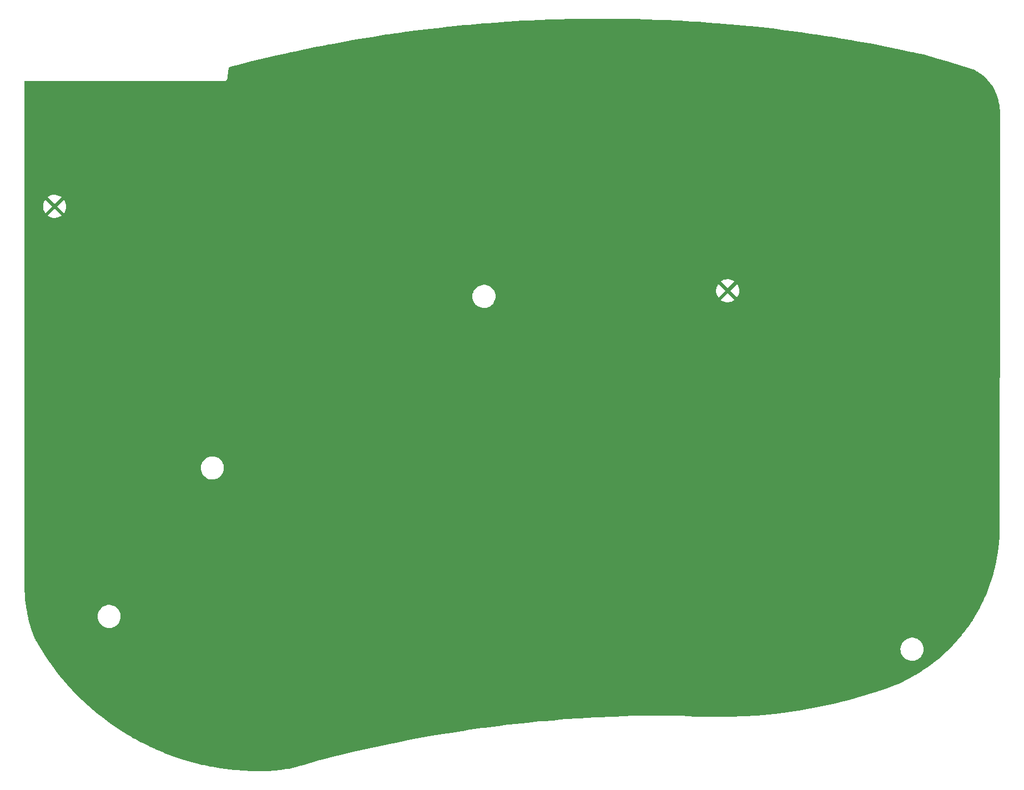
<source format=gbr>
G04 #@! TF.GenerationSoftware,KiCad,Pcbnew,5.99.0-unknown-4920692bcd~125~ubuntu20.04.1*
G04 #@! TF.CreationDate,2021-04-21T16:01:25+01:00*
G04 #@! TF.ProjectId,bottom,626f7474-6f6d-42e6-9b69-6361645f7063,rev?*
G04 #@! TF.SameCoordinates,Original*
G04 #@! TF.FileFunction,Copper,L1,Top*
G04 #@! TF.FilePolarity,Positive*
%FSLAX46Y46*%
G04 Gerber Fmt 4.6, Leading zero omitted, Abs format (unit mm)*
G04 Created by KiCad (PCBNEW 5.99.0-unknown-4920692bcd~125~ubuntu20.04.1) date 2021-04-21 16:01:25*
%MOMM*%
%LPD*%
G01*
G04 APERTURE LIST*
G04 APERTURE END LIST*
G04 #@! TA.AperFunction,Conductor*
G36*
X177496254Y-36965879D02*
G01*
X177834892Y-36966176D01*
X177835740Y-36966180D01*
X178316741Y-36969837D01*
X180070280Y-36983168D01*
X180070732Y-36983173D01*
X180462596Y-36988788D01*
X180817833Y-36993879D01*
X180818681Y-36993894D01*
X182778435Y-37035161D01*
X183052784Y-37040938D01*
X183053581Y-37040957D01*
X183327725Y-37048575D01*
X183800329Y-37061708D01*
X183801176Y-37061734D01*
X186034361Y-37138824D01*
X186035208Y-37138856D01*
X186781754Y-37169655D01*
X186782599Y-37169693D01*
X189014544Y-37276817D01*
X189015112Y-37276846D01*
X189386841Y-37297194D01*
X189761478Y-37317702D01*
X189762324Y-37317752D01*
X191320140Y-37413539D01*
X191992483Y-37454881D01*
X191993191Y-37454926D01*
X192738770Y-37505806D01*
X192739360Y-37505849D01*
X194559499Y-37642365D01*
X194967588Y-37672973D01*
X194968433Y-37673039D01*
X195713355Y-37733952D01*
X195714199Y-37734024D01*
X197939873Y-37931098D01*
X197940496Y-37931156D01*
X198684562Y-38002087D01*
X198685173Y-38002147D01*
X200908407Y-38229186D01*
X200909082Y-38229257D01*
X201467631Y-38290095D01*
X201651548Y-38310128D01*
X201652391Y-38310222D01*
X203872483Y-38567159D01*
X203873324Y-38567260D01*
X204614462Y-38658090D01*
X204615303Y-38658196D01*
X206831441Y-38944935D01*
X206832281Y-38945046D01*
X207572574Y-39045898D01*
X207573413Y-39046015D01*
X209055553Y-39258093D01*
X209785588Y-39362554D01*
X209786235Y-39362649D01*
X210525252Y-39473472D01*
X210525997Y-39473586D01*
X211346424Y-39602266D01*
X212733353Y-39819798D01*
X212734189Y-39819932D01*
X213471809Y-39940712D01*
X213472574Y-39940840D01*
X215674970Y-40316696D01*
X215675701Y-40316823D01*
X215864323Y-40350320D01*
X216411538Y-40447499D01*
X216412372Y-40447650D01*
X217511037Y-40650391D01*
X218609848Y-40853160D01*
X218610361Y-40853256D01*
X219344587Y-40993860D01*
X219345255Y-40993990D01*
X220880937Y-41298792D01*
X221536648Y-41428938D01*
X221537479Y-41429106D01*
X221649921Y-41452211D01*
X222269965Y-41579618D01*
X222270423Y-41579713D01*
X224455943Y-42044138D01*
X224456698Y-42044301D01*
X224783622Y-42116074D01*
X225310582Y-42231763D01*
X225311201Y-42231901D01*
X226308164Y-42456042D01*
X226308166Y-42456042D01*
X226312546Y-42457027D01*
X226315371Y-42457251D01*
X226330437Y-42460592D01*
X227415456Y-42780081D01*
X228557794Y-43116448D01*
X229787397Y-43478511D01*
X233846938Y-44673864D01*
X233865876Y-44681143D01*
X234006478Y-44748644D01*
X234009365Y-44750079D01*
X234132586Y-44813389D01*
X234136505Y-44815492D01*
X234478350Y-45006955D01*
X234482260Y-45009239D01*
X234578990Y-45068079D01*
X234582813Y-45070500D01*
X234793194Y-45209062D01*
X234909957Y-45285966D01*
X234913679Y-45288514D01*
X235005937Y-45354148D01*
X235009578Y-45356838D01*
X235320449Y-45595269D01*
X235323991Y-45598088D01*
X235411224Y-45670115D01*
X235414662Y-45673059D01*
X235707609Y-45933191D01*
X235710940Y-45936258D01*
X235792847Y-46014430D01*
X235796065Y-46017613D01*
X235877597Y-46101225D01*
X236069569Y-46298097D01*
X236072620Y-46301340D01*
X236127871Y-46362232D01*
X236148723Y-46385213D01*
X236151701Y-46388616D01*
X236170994Y-46411477D01*
X236404351Y-46688002D01*
X236407207Y-46691513D01*
X236477043Y-46780570D01*
X236479763Y-46784170D01*
X236710320Y-47100999D01*
X236712890Y-47104668D01*
X236744523Y-47151591D01*
X236776141Y-47198495D01*
X236778603Y-47202293D01*
X236985799Y-47534828D01*
X236988121Y-47538707D01*
X237044508Y-47636897D01*
X237046645Y-47640777D01*
X237229418Y-47987305D01*
X237231458Y-47991347D01*
X237280662Y-48093357D01*
X237282555Y-48097469D01*
X237439946Y-48456159D01*
X237441671Y-48460288D01*
X237481197Y-48559954D01*
X237483425Y-48565571D01*
X237485017Y-48569807D01*
X237616261Y-48938906D01*
X237617701Y-48943198D01*
X237651788Y-49051206D01*
X237653049Y-49055466D01*
X237757453Y-49433031D01*
X237758581Y-49437415D01*
X237784834Y-49547627D01*
X237785803Y-49552049D01*
X237862814Y-49936069D01*
X237863625Y-49940523D01*
X237881891Y-50052301D01*
X237882540Y-50056781D01*
X237931786Y-50445384D01*
X237932275Y-50449885D01*
X237942463Y-50562625D01*
X237942789Y-50567140D01*
X237964009Y-50958322D01*
X237964173Y-50962846D01*
X237966702Y-51101278D01*
X237966718Y-51104653D01*
X237964864Y-51315906D01*
X237965461Y-51320351D01*
X237969126Y-51347648D01*
X237970247Y-51364261D01*
X237972550Y-53234658D01*
X237972600Y-60617081D01*
X237972598Y-60617091D01*
X237972600Y-60651618D01*
X237972600Y-60690116D01*
X237972602Y-60690128D01*
X237972939Y-67369617D01*
X237973100Y-70564185D01*
X237973100Y-70564353D01*
X237918130Y-113383155D01*
X237917314Y-113397313D01*
X237911904Y-113444607D01*
X237912101Y-113449465D01*
X237912101Y-113449467D01*
X237927118Y-113819649D01*
X237927180Y-113821490D01*
X237931303Y-113980496D01*
X237935111Y-114127367D01*
X237935149Y-114129695D01*
X237937810Y-114557856D01*
X237939902Y-114894645D01*
X237939893Y-114897128D01*
X237936421Y-115154507D01*
X237936363Y-115156989D01*
X237910972Y-115921492D01*
X237910865Y-115923973D01*
X237897256Y-116180957D01*
X237897100Y-116183435D01*
X237841601Y-116946396D01*
X237841412Y-116948681D01*
X237817675Y-117205069D01*
X237817426Y-117207499D01*
X237771827Y-117612828D01*
X237731911Y-117967643D01*
X237731609Y-117970107D01*
X237697812Y-118225182D01*
X237697467Y-118227607D01*
X237692416Y-118260705D01*
X237582048Y-118983900D01*
X237581649Y-118986350D01*
X237537828Y-119239889D01*
X237537381Y-119242332D01*
X237392283Y-119993327D01*
X237391788Y-119995760D01*
X237337985Y-120247492D01*
X237337442Y-120249915D01*
X237162874Y-120994573D01*
X237162284Y-120996985D01*
X237098611Y-121246371D01*
X237097973Y-121248771D01*
X236894179Y-121986040D01*
X236893494Y-121988426D01*
X236860964Y-122097682D01*
X236820041Y-122235123D01*
X236819351Y-122237358D01*
X236646164Y-122779701D01*
X236586632Y-122966126D01*
X236585853Y-122968483D01*
X236502746Y-123212066D01*
X236501941Y-123214352D01*
X236240690Y-123933371D01*
X236239855Y-123935601D01*
X236156471Y-124151723D01*
X236147228Y-124175681D01*
X236146312Y-124177989D01*
X235856932Y-124886158D01*
X235855970Y-124888447D01*
X235768473Y-125091073D01*
X235753960Y-125124681D01*
X235752965Y-125126923D01*
X235458475Y-125773580D01*
X235435941Y-125823062D01*
X235434890Y-125825311D01*
X235323629Y-126057386D01*
X235322533Y-126059615D01*
X234978327Y-126742717D01*
X234977189Y-126744921D01*
X234933937Y-126826707D01*
X234856878Y-126972417D01*
X234855707Y-126974580D01*
X234600593Y-127434794D01*
X234484820Y-127643643D01*
X234483594Y-127645802D01*
X234354446Y-127868321D01*
X234353179Y-127870456D01*
X234126725Y-128243502D01*
X234019714Y-128419786D01*
X233956259Y-128524317D01*
X233954950Y-128526427D01*
X233817060Y-128743801D01*
X233815709Y-128745884D01*
X233621305Y-129039400D01*
X233412773Y-129354246D01*
X233393348Y-129383574D01*
X233391956Y-129385631D01*
X233245633Y-129597366D01*
X233244203Y-129599393D01*
X232854687Y-130139949D01*
X232797029Y-130219964D01*
X232795557Y-130221964D01*
X232641026Y-130427741D01*
X232639517Y-130429711D01*
X232203806Y-130986709D01*
X232168197Y-131032230D01*
X232166648Y-131034170D01*
X232004161Y-131233658D01*
X232002574Y-131235568D01*
X231507825Y-131819111D01*
X231506254Y-131820926D01*
X231502804Y-131824837D01*
X231336050Y-132013838D01*
X231334389Y-132015684D01*
X230817020Y-132579289D01*
X230815323Y-132581101D01*
X230637699Y-132767104D01*
X230635967Y-132768883D01*
X230096850Y-133311607D01*
X230095083Y-133313351D01*
X229910145Y-133492330D01*
X229908401Y-133493985D01*
X229573641Y-133805421D01*
X229348316Y-134015046D01*
X229346481Y-134016720D01*
X229154631Y-134188275D01*
X229152764Y-134189912D01*
X228572595Y-134688486D01*
X228570696Y-134690085D01*
X228372245Y-134853940D01*
X228370394Y-134855437D01*
X227770989Y-135330794D01*
X227769087Y-135332273D01*
X227564325Y-135488187D01*
X227562343Y-135489666D01*
X227220903Y-135739178D01*
X226944717Y-135941005D01*
X226942697Y-135942450D01*
X226731965Y-136090164D01*
X226729918Y-136091569D01*
X226095029Y-136518192D01*
X226093097Y-136519464D01*
X225876526Y-136658876D01*
X225874523Y-136660138D01*
X225223211Y-137061477D01*
X225221195Y-137062692D01*
X224999402Y-137193402D01*
X224997308Y-137194609D01*
X224559360Y-137441211D01*
X224330729Y-137569950D01*
X224328553Y-137571147D01*
X224101925Y-137692939D01*
X224099727Y-137694093D01*
X223791409Y-137852037D01*
X223437264Y-138033457D01*
X223418920Y-138042854D01*
X223416698Y-138043964D01*
X223185356Y-138156776D01*
X223183114Y-138157842D01*
X222489104Y-138479500D01*
X222486841Y-138480522D01*
X222206922Y-138603616D01*
X222205230Y-138604345D01*
X221908691Y-138729607D01*
X221903060Y-138731828D01*
X221366977Y-138928507D01*
X221366065Y-138928837D01*
X220884643Y-139100841D01*
X220883536Y-139101229D01*
X219636055Y-139531063D01*
X219634812Y-139531483D01*
X219554589Y-139558112D01*
X219220975Y-139668851D01*
X219219619Y-139669293D01*
X217962996Y-140070673D01*
X217961634Y-140071099D01*
X217544816Y-140199051D01*
X217543449Y-140199463D01*
X216278006Y-140572291D01*
X216276635Y-140572686D01*
X215857060Y-140691156D01*
X215855687Y-140691536D01*
X214582047Y-141035628D01*
X214580718Y-141035978D01*
X214158595Y-141144905D01*
X214157212Y-141145254D01*
X212876231Y-141460379D01*
X212874843Y-141460712D01*
X212450360Y-141560051D01*
X212448969Y-141560368D01*
X211161026Y-141846433D01*
X211159718Y-141846716D01*
X210860013Y-141909730D01*
X210733052Y-141936424D01*
X210731654Y-141936710D01*
X210379754Y-142006546D01*
X209437488Y-142193544D01*
X209436301Y-142193772D01*
X209007581Y-142273818D01*
X209006423Y-142274028D01*
X207706699Y-142501494D01*
X207705331Y-142501726D01*
X207275136Y-142572003D01*
X207273842Y-142572207D01*
X205969308Y-142770175D01*
X205967926Y-142770377D01*
X205809035Y-142792651D01*
X205536327Y-142830881D01*
X205534913Y-142831071D01*
X204226329Y-142999429D01*
X204224913Y-142999603D01*
X204051477Y-143019923D01*
X203792051Y-143050317D01*
X203790684Y-143050469D01*
X202478498Y-143189158D01*
X202477172Y-143189290D01*
X202043236Y-143230190D01*
X202041876Y-143230310D01*
X201818519Y-143248813D01*
X200726913Y-143339238D01*
X200725490Y-143339348D01*
X200290795Y-143370405D01*
X200289371Y-143370498D01*
X199496517Y-143418125D01*
X198972303Y-143449614D01*
X198971018Y-143449685D01*
X198535518Y-143470898D01*
X198534275Y-143470951D01*
X197215688Y-143520216D01*
X197214415Y-143520256D01*
X196778509Y-143531601D01*
X196777383Y-143531624D01*
X195989404Y-143543203D01*
X195458028Y-143551011D01*
X195456602Y-143551024D01*
X195246699Y-143551731D01*
X195020658Y-143552493D01*
X195019450Y-143552490D01*
X193700001Y-143541989D01*
X193698738Y-143541972D01*
X193262695Y-143533562D01*
X193261282Y-143533526D01*
X191942689Y-143493151D01*
X191941265Y-143493099D01*
X191505572Y-143474817D01*
X191504369Y-143474759D01*
X190349130Y-143413171D01*
X190187034Y-143404529D01*
X190185609Y-143404445D01*
X189675492Y-143371451D01*
X189674426Y-143371378D01*
X189115241Y-143330442D01*
X189104179Y-143329138D01*
X189098832Y-143328267D01*
X189098824Y-143328266D01*
X189094017Y-143327483D01*
X189083057Y-143327406D01*
X189076930Y-143327362D01*
X189068625Y-143327029D01*
X189059310Y-143326347D01*
X189059301Y-143326347D01*
X189054835Y-143326020D01*
X189044873Y-143326710D01*
X189044095Y-143326764D01*
X189034496Y-143327062D01*
X187675525Y-143317451D01*
X187673127Y-143317356D01*
X187670745Y-143316997D01*
X187642388Y-143317136D01*
X187636396Y-143317165D01*
X187634889Y-143317164D01*
X187630985Y-143317136D01*
X187603779Y-143316944D01*
X187601421Y-143317265D01*
X187599002Y-143317348D01*
X184834969Y-143330867D01*
X184832152Y-143330792D01*
X184829456Y-143330423D01*
X184824586Y-143330513D01*
X184795639Y-143331048D01*
X184793929Y-143331068D01*
X184771305Y-143331179D01*
X184763334Y-143331218D01*
X184760660Y-143331614D01*
X184757839Y-143331748D01*
X181994115Y-143382857D01*
X181991314Y-143382819D01*
X181988611Y-143382487D01*
X181983745Y-143382643D01*
X181983742Y-143382643D01*
X181954796Y-143383572D01*
X181953087Y-143383615D01*
X181931145Y-143384021D01*
X181922508Y-143384181D01*
X181919841Y-143384614D01*
X181917027Y-143384785D01*
X179154259Y-143473475D01*
X179151444Y-143473476D01*
X179148739Y-143473180D01*
X179143875Y-143473402D01*
X179143863Y-143473402D01*
X179114906Y-143474726D01*
X179113199Y-143474793D01*
X179082664Y-143475773D01*
X179080005Y-143476241D01*
X179077192Y-143476451D01*
X176315891Y-143602705D01*
X176313072Y-143602744D01*
X176310361Y-143602485D01*
X176305508Y-143602773D01*
X176305503Y-143602773D01*
X176289087Y-143603748D01*
X176276514Y-143604494D01*
X176274870Y-143604581D01*
X176267243Y-143604929D01*
X176248802Y-143605772D01*
X176248796Y-143605773D01*
X176244328Y-143605977D01*
X176241684Y-143606480D01*
X176238862Y-143606729D01*
X173814559Y-143750636D01*
X173479526Y-143770524D01*
X173476719Y-143770601D01*
X173474006Y-143770379D01*
X173469143Y-143770734D01*
X173469139Y-143770734D01*
X173440207Y-143772846D01*
X173438669Y-143772949D01*
X173408026Y-143774768D01*
X173405382Y-143775308D01*
X173402558Y-143775596D01*
X170645717Y-143976899D01*
X170642916Y-143977014D01*
X170640195Y-143976829D01*
X170606411Y-143979758D01*
X170604817Y-143979885D01*
X170591818Y-143980834D01*
X170578741Y-143981789D01*
X170578737Y-143981790D01*
X170574281Y-143982115D01*
X170571649Y-143982690D01*
X170568831Y-143983016D01*
X168619451Y-144152040D01*
X167814977Y-144221793D01*
X167812175Y-144221946D01*
X167809454Y-144221798D01*
X167804605Y-144222285D01*
X167804604Y-144222285D01*
X167775805Y-144225177D01*
X167774100Y-144225337D01*
X167767313Y-144225926D01*
X167743618Y-144227980D01*
X167740989Y-144228592D01*
X167738184Y-144228955D01*
X165885188Y-144415043D01*
X164987846Y-144505159D01*
X164985025Y-144505352D01*
X164982307Y-144505241D01*
X164977482Y-144505792D01*
X164977479Y-144505792D01*
X164957568Y-144508066D01*
X164948608Y-144509089D01*
X164946920Y-144509269D01*
X164921027Y-144511869D01*
X164921022Y-144511870D01*
X164916560Y-144512318D01*
X164913939Y-144512966D01*
X164911160Y-144513364D01*
X162164794Y-144826949D01*
X162161996Y-144827179D01*
X162159275Y-144827105D01*
X162125678Y-144831405D01*
X162124050Y-144831602D01*
X162115941Y-144832528D01*
X162098087Y-144834566D01*
X162098084Y-144834566D01*
X162093631Y-144835075D01*
X162091022Y-144835758D01*
X162088217Y-144836199D01*
X159346392Y-145187102D01*
X159343605Y-145187368D01*
X159340881Y-145187331D01*
X159336059Y-145188015D01*
X159336057Y-145188015D01*
X159323230Y-145189834D01*
X159307307Y-145192093D01*
X159305786Y-145192298D01*
X159275352Y-145196193D01*
X159272749Y-145196912D01*
X159269971Y-145197388D01*
X158921407Y-145246825D01*
X156533168Y-145585546D01*
X156530374Y-145585852D01*
X156527648Y-145585852D01*
X156494191Y-145591063D01*
X156492528Y-145591309D01*
X156466698Y-145594973D01*
X156466690Y-145594975D01*
X156462246Y-145595605D01*
X156459660Y-145596358D01*
X156456876Y-145596874D01*
X153725602Y-146022214D01*
X153722820Y-146022558D01*
X153720094Y-146022595D01*
X153715293Y-146023410D01*
X153715290Y-146023410D01*
X153702741Y-146025540D01*
X153686721Y-146028258D01*
X153685071Y-146028527D01*
X153659254Y-146032547D01*
X153659252Y-146032547D01*
X153654830Y-146033236D01*
X153652253Y-146034024D01*
X153649467Y-146034579D01*
X152997160Y-146145269D01*
X150924250Y-146497021D01*
X150921466Y-146497402D01*
X150918739Y-146497477D01*
X150913957Y-146498356D01*
X150913953Y-146498356D01*
X150885385Y-146503605D01*
X150883693Y-146503903D01*
X150853626Y-146509005D01*
X150851058Y-146509828D01*
X150848302Y-146510417D01*
X148129604Y-147009881D01*
X148126823Y-147010301D01*
X148124101Y-147010412D01*
X148119323Y-147011357D01*
X148119316Y-147011358D01*
X148090874Y-147016984D01*
X148089192Y-147017305D01*
X148059151Y-147022824D01*
X148056595Y-147023682D01*
X148053833Y-147024311D01*
X146263682Y-147378420D01*
X145342187Y-147560701D01*
X145339415Y-147561158D01*
X145336696Y-147561306D01*
X145331938Y-147562315D01*
X145331935Y-147562315D01*
X145303596Y-147568322D01*
X145301919Y-147568666D01*
X145276319Y-147573730D01*
X145271921Y-147574600D01*
X145269377Y-147575493D01*
X145266621Y-147576161D01*
X142562517Y-148149376D01*
X142559757Y-148149870D01*
X142557042Y-148150055D01*
X142524009Y-148157528D01*
X142522433Y-148157873D01*
X142511809Y-148160125D01*
X142496845Y-148163297D01*
X142496842Y-148163298D01*
X142492454Y-148164228D01*
X142489919Y-148165157D01*
X142487165Y-148165864D01*
X139791117Y-148775798D01*
X139788364Y-148776330D01*
X139785651Y-148776552D01*
X139776932Y-148778650D01*
X139752815Y-148784451D01*
X139751148Y-148784840D01*
X139725630Y-148790613D01*
X139725619Y-148790616D01*
X139721262Y-148791602D01*
X139718743Y-148792564D01*
X139715996Y-148793309D01*
X137028494Y-149439852D01*
X137025754Y-149440420D01*
X137023038Y-149440679D01*
X136994717Y-149447901D01*
X136990215Y-149449049D01*
X136988553Y-149449461D01*
X136958858Y-149456605D01*
X136956357Y-149457599D01*
X136953639Y-149458376D01*
X134275265Y-150141385D01*
X134272928Y-150141900D01*
X134270538Y-150142157D01*
X134237265Y-150151067D01*
X134235938Y-150151414D01*
X134210096Y-150158003D01*
X134210086Y-150158006D01*
X134205754Y-150159111D01*
X134203551Y-150160021D01*
X134201233Y-150160716D01*
X132830984Y-150527655D01*
X132791029Y-150544732D01*
X132777516Y-150549614D01*
X131803406Y-150839875D01*
X131264559Y-151000438D01*
X130824509Y-151131562D01*
X130805115Y-151135386D01*
X130805118Y-151135401D01*
X130804280Y-151135551D01*
X130801077Y-151136182D01*
X130795482Y-151136742D01*
X130482835Y-151217959D01*
X130480887Y-151218448D01*
X130168950Y-151293768D01*
X130166046Y-151294433D01*
X129504358Y-151437385D01*
X129501421Y-151437982D01*
X129243347Y-151487245D01*
X129240464Y-151487760D01*
X128572644Y-151598591D01*
X128569656Y-151599050D01*
X128309507Y-151635793D01*
X128306594Y-151636168D01*
X127919576Y-151681325D01*
X127634265Y-151714614D01*
X127631239Y-151714930D01*
X127493354Y-151727652D01*
X127311696Y-151744411D01*
X127309677Y-151744580D01*
X127033937Y-151765236D01*
X127030676Y-151765437D01*
X126625433Y-151785171D01*
X126624016Y-151785231D01*
X126253194Y-151798843D01*
X126251306Y-151798897D01*
X125648687Y-151811325D01*
X125314973Y-151818207D01*
X125312948Y-151818233D01*
X124998758Y-151819662D01*
X124996733Y-151819655D01*
X124060311Y-151808865D01*
X124058287Y-151808825D01*
X123854898Y-151803211D01*
X123744247Y-151800157D01*
X123742257Y-151800087D01*
X123583125Y-151793134D01*
X122806595Y-151759204D01*
X122804573Y-151759099D01*
X122491090Y-151740351D01*
X122489069Y-151740214D01*
X121555170Y-151669281D01*
X121553153Y-151669112D01*
X121533096Y-151667264D01*
X121240387Y-151640294D01*
X121238512Y-151640106D01*
X120455365Y-151555235D01*
X120307276Y-151539186D01*
X120305264Y-151538951D01*
X119993669Y-151500107D01*
X119991662Y-151499841D01*
X119064208Y-151369053D01*
X119062205Y-151368754D01*
X118752038Y-151319920D01*
X118750040Y-151319589D01*
X117827283Y-151159067D01*
X117825291Y-151158704D01*
X117810523Y-151155890D01*
X117516784Y-151099913D01*
X117514872Y-151099533D01*
X117036781Y-151000438D01*
X116597675Y-150909423D01*
X116595696Y-150908996D01*
X116289293Y-150840334D01*
X116287320Y-150839875D01*
X115376850Y-150620422D01*
X115374886Y-150619932D01*
X115070752Y-150541433D01*
X115068795Y-150540911D01*
X114165890Y-150292323D01*
X114163942Y-150291770D01*
X113862444Y-150203525D01*
X113860505Y-150202940D01*
X112966021Y-149925453D01*
X112964092Y-149924838D01*
X112880252Y-149897345D01*
X112665623Y-149826962D01*
X112663759Y-149826333D01*
X111778608Y-149520227D01*
X111776700Y-149519550D01*
X111757537Y-149512576D01*
X111481501Y-149412121D01*
X111479772Y-149411476D01*
X110604781Y-149077031D01*
X110602979Y-149076326D01*
X110311489Y-148959507D01*
X110309634Y-148958747D01*
X109445793Y-148596333D01*
X109444137Y-148595622D01*
X109156358Y-148469412D01*
X109154622Y-148468633D01*
X108303067Y-148078733D01*
X108301232Y-148077876D01*
X108017766Y-147942534D01*
X108015946Y-147941646D01*
X107177378Y-147524589D01*
X107175572Y-147523673D01*
X106896744Y-147379365D01*
X106894953Y-147378420D01*
X106070139Y-146934587D01*
X106068364Y-146933613D01*
X105794253Y-146780382D01*
X105792493Y-146779380D01*
X105326398Y-146508907D01*
X104982267Y-146309208D01*
X104980694Y-146308278D01*
X104829443Y-146217227D01*
X104711666Y-146146327D01*
X104709940Y-146145269D01*
X103915287Y-145649331D01*
X103913618Y-145648271D01*
X103649866Y-145477715D01*
X103648274Y-145476667D01*
X102869995Y-144955462D01*
X102868322Y-144954322D01*
X102610282Y-144775443D01*
X102608627Y-144774276D01*
X102026909Y-144357018D01*
X101847441Y-144228288D01*
X101845867Y-144227139D01*
X101593835Y-144040154D01*
X101592221Y-144038937D01*
X101515070Y-143979752D01*
X100848870Y-143468688D01*
X100847350Y-143467502D01*
X100601315Y-143272401D01*
X100599825Y-143271200D01*
X100268195Y-142999429D01*
X99875351Y-142677493D01*
X99873796Y-142676197D01*
X99634129Y-142473266D01*
X99632648Y-142471993D01*
X98927575Y-141855264D01*
X98926074Y-141853929D01*
X98918112Y-141846735D01*
X98693122Y-141643462D01*
X98691630Y-141642093D01*
X98006793Y-141003071D01*
X98005324Y-141001677D01*
X97779233Y-140783810D01*
X97777786Y-140782394D01*
X97191576Y-140199051D01*
X97113830Y-140121685D01*
X97112423Y-140120262D01*
X96893406Y-139895195D01*
X96892006Y-139893732D01*
X96482387Y-139459038D01*
X96249686Y-139212092D01*
X96248387Y-139210691D01*
X96036691Y-138978675D01*
X96035338Y-138977169D01*
X95705343Y-138603616D01*
X95415236Y-138275215D01*
X95413929Y-138273710D01*
X95314842Y-138157842D01*
X95209795Y-138035006D01*
X95208491Y-138033457D01*
X94611315Y-137311992D01*
X94610037Y-137310422D01*
X94413707Y-137065317D01*
X94412453Y-137063726D01*
X94266412Y-136875274D01*
X93838717Y-136323375D01*
X93837510Y-136321790D01*
X93649175Y-136070523D01*
X93647973Y-136068893D01*
X93409017Y-135739178D01*
X93098342Y-135310506D01*
X93097175Y-135308868D01*
X92917008Y-135051671D01*
X92915860Y-135050004D01*
X92571858Y-134541737D01*
X92390880Y-134274339D01*
X92389820Y-134272746D01*
X92217856Y-134009655D01*
X92216871Y-134008120D01*
X91763975Y-133290294D01*
X91717090Y-133215983D01*
X91716023Y-133214262D01*
X91678026Y-133151837D01*
X222798104Y-133151837D01*
X222798328Y-133156503D01*
X222798328Y-133156508D01*
X222801185Y-133215983D01*
X222810645Y-133412917D01*
X222861638Y-133669275D01*
X222949963Y-133915280D01*
X222952179Y-133919404D01*
X223058784Y-134117806D01*
X223073679Y-134145528D01*
X223076474Y-134149271D01*
X223076476Y-134149274D01*
X223227278Y-134351222D01*
X223227283Y-134351228D01*
X223230070Y-134354960D01*
X223233379Y-134358240D01*
X223233384Y-134358246D01*
X223334856Y-134458836D01*
X223415698Y-134538976D01*
X223419460Y-134541734D01*
X223419463Y-134541737D01*
X223622720Y-134690771D01*
X223626487Y-134693533D01*
X223630618Y-134695707D01*
X223630619Y-134695707D01*
X223853671Y-134813060D01*
X223853677Y-134813062D01*
X223857806Y-134815235D01*
X223862213Y-134816774D01*
X223862220Y-134816777D01*
X224067607Y-134888501D01*
X224104573Y-134901410D01*
X224109166Y-134902282D01*
X224356777Y-134949293D01*
X224356780Y-134949293D01*
X224361366Y-134950164D01*
X224491955Y-134955295D01*
X224617877Y-134960243D01*
X224617883Y-134960243D01*
X224622545Y-134960426D01*
X224724199Y-134949293D01*
X224877719Y-134932480D01*
X224877724Y-134932479D01*
X224882372Y-134931970D01*
X225135139Y-134865422D01*
X225257016Y-134813060D01*
X225370991Y-134764093D01*
X225370994Y-134764091D01*
X225375294Y-134762244D01*
X225520951Y-134672108D01*
X225593586Y-134627160D01*
X225593590Y-134627157D01*
X225597559Y-134624701D01*
X225698822Y-134538976D01*
X225793487Y-134458836D01*
X225793488Y-134458835D01*
X225797053Y-134455817D01*
X225956164Y-134274387D01*
X225966312Y-134262816D01*
X225966316Y-134262811D01*
X225969394Y-134259301D01*
X225971924Y-134255368D01*
X226108266Y-134043400D01*
X226108269Y-134043395D01*
X226110794Y-134039469D01*
X226218148Y-133801153D01*
X226289097Y-133549585D01*
X226322083Y-133290294D01*
X226324500Y-133198000D01*
X226305776Y-132946039D01*
X226305475Y-132941990D01*
X226305474Y-132941986D01*
X226305129Y-132937338D01*
X226247443Y-132682402D01*
X226232108Y-132642968D01*
X226154402Y-132443147D01*
X226154401Y-132443145D01*
X226152709Y-132438794D01*
X226150391Y-132434738D01*
X226025327Y-132215920D01*
X226025325Y-132215918D01*
X226023008Y-132211863D01*
X225861189Y-132006597D01*
X225670807Y-131827503D01*
X225456044Y-131678517D01*
X225336415Y-131619523D01*
X225225805Y-131564975D01*
X225225801Y-131564974D01*
X225221619Y-131562911D01*
X224972681Y-131483226D01*
X224968074Y-131482476D01*
X224968071Y-131482475D01*
X224719310Y-131441962D01*
X224719311Y-131441962D01*
X224714699Y-131441211D01*
X224587605Y-131439547D01*
X224458018Y-131437850D01*
X224458015Y-131437850D01*
X224453341Y-131437789D01*
X224302475Y-131458321D01*
X224198982Y-131472406D01*
X224198978Y-131472407D01*
X224194348Y-131473037D01*
X223943409Y-131546179D01*
X223706038Y-131655608D01*
X223702129Y-131658171D01*
X223491362Y-131796355D01*
X223491357Y-131796359D01*
X223487449Y-131798921D01*
X223292444Y-131972970D01*
X223125307Y-132173930D01*
X222989710Y-132397388D01*
X222987901Y-132401702D01*
X222987900Y-132401704D01*
X222893952Y-132625745D01*
X222888631Y-132638433D01*
X222824292Y-132891771D01*
X222798104Y-133151837D01*
X91678026Y-133151837D01*
X91552760Y-132946039D01*
X91551721Y-132944301D01*
X91077639Y-132136485D01*
X91076629Y-132134730D01*
X90894052Y-131811848D01*
X90893317Y-131810532D01*
X90878512Y-131783603D01*
X90712436Y-131481520D01*
X90705941Y-131467808D01*
X90695253Y-131441211D01*
X90606408Y-131220122D01*
X90605723Y-131218378D01*
X90535121Y-131034170D01*
X90516931Y-130986709D01*
X90515998Y-130984194D01*
X90366921Y-130568986D01*
X90286235Y-130344258D01*
X90285391Y-130341825D01*
X90244547Y-130219964D01*
X90218584Y-130142502D01*
X90217758Y-130139949D01*
X90015476Y-129490875D01*
X90014705Y-129488305D01*
X89956443Y-129286307D01*
X89955727Y-129283720D01*
X89781268Y-128626616D01*
X89780607Y-128624015D01*
X89731016Y-128419786D01*
X89730411Y-128417172D01*
X89671055Y-128147837D01*
X100320104Y-128147837D01*
X100332645Y-128408917D01*
X100383638Y-128665275D01*
X100471963Y-128911280D01*
X100595679Y-129141528D01*
X100598474Y-129145271D01*
X100598476Y-129145274D01*
X100749278Y-129347222D01*
X100749283Y-129347228D01*
X100752070Y-129350960D01*
X100755379Y-129354240D01*
X100755384Y-129354246D01*
X100895312Y-129492958D01*
X100937698Y-129534976D01*
X100941460Y-129537734D01*
X100941463Y-129537737D01*
X101075506Y-129636021D01*
X101148487Y-129689533D01*
X101152618Y-129691707D01*
X101152619Y-129691707D01*
X101375671Y-129809060D01*
X101375677Y-129809062D01*
X101379806Y-129811235D01*
X101384213Y-129812774D01*
X101384220Y-129812777D01*
X101622157Y-129895868D01*
X101626573Y-129897410D01*
X101631166Y-129898282D01*
X101878777Y-129945293D01*
X101878780Y-129945293D01*
X101883366Y-129946164D01*
X102013956Y-129951295D01*
X102139877Y-129956243D01*
X102139883Y-129956243D01*
X102144545Y-129956426D01*
X102246199Y-129945293D01*
X102399719Y-129928480D01*
X102399724Y-129928479D01*
X102404372Y-129927970D01*
X102657139Y-129861422D01*
X102779016Y-129809060D01*
X102892991Y-129760093D01*
X102892994Y-129760091D01*
X102897294Y-129758244D01*
X102983386Y-129704968D01*
X103115586Y-129623160D01*
X103115590Y-129623157D01*
X103119559Y-129620701D01*
X103220822Y-129534976D01*
X103315487Y-129454836D01*
X103315488Y-129454835D01*
X103319053Y-129451817D01*
X103410781Y-129347222D01*
X103488312Y-129258816D01*
X103488316Y-129258811D01*
X103491394Y-129255301D01*
X103515670Y-129217560D01*
X103630266Y-129039400D01*
X103630269Y-129039395D01*
X103632794Y-129035469D01*
X103740148Y-128797153D01*
X103811097Y-128545585D01*
X103844083Y-128286294D01*
X103846500Y-128194000D01*
X103827129Y-127933338D01*
X103769443Y-127678402D01*
X103754108Y-127638968D01*
X103676402Y-127439147D01*
X103676401Y-127439145D01*
X103674709Y-127434794D01*
X103672391Y-127430738D01*
X103547327Y-127211920D01*
X103547325Y-127211918D01*
X103545008Y-127207863D01*
X103383189Y-127002597D01*
X103192807Y-126823503D01*
X102978044Y-126674517D01*
X102858415Y-126615523D01*
X102747805Y-126560975D01*
X102747801Y-126560974D01*
X102743619Y-126558911D01*
X102494681Y-126479226D01*
X102490074Y-126478476D01*
X102490071Y-126478475D01*
X102241310Y-126437962D01*
X102241311Y-126437962D01*
X102236699Y-126437211D01*
X102109605Y-126435547D01*
X101980018Y-126433850D01*
X101980015Y-126433850D01*
X101975341Y-126433789D01*
X101824475Y-126454321D01*
X101720982Y-126468406D01*
X101720978Y-126468407D01*
X101716348Y-126469037D01*
X101465409Y-126542179D01*
X101228038Y-126651608D01*
X101196243Y-126672454D01*
X101013362Y-126792355D01*
X101013357Y-126792359D01*
X101009449Y-126794921D01*
X101005957Y-126798038D01*
X100839909Y-126946242D01*
X100814444Y-126968970D01*
X100647307Y-127169930D01*
X100511710Y-127393388D01*
X100509901Y-127397702D01*
X100509900Y-127397704D01*
X100449485Y-127541778D01*
X100410631Y-127634433D01*
X100409480Y-127638965D01*
X100409479Y-127638968D01*
X100407201Y-127647937D01*
X100346292Y-127887771D01*
X100320104Y-128147837D01*
X89671055Y-128147837D01*
X89584094Y-127753241D01*
X89583544Y-127750615D01*
X89542686Y-127544417D01*
X89542192Y-127541778D01*
X89424282Y-126872213D01*
X89423845Y-126869566D01*
X89391807Y-126661825D01*
X89391426Y-126659169D01*
X89311994Y-126059615D01*
X89302128Y-125985149D01*
X89301808Y-125982515D01*
X89284379Y-125825311D01*
X89278644Y-125773580D01*
X89278381Y-125770951D01*
X89217869Y-125093748D01*
X89217659Y-125091073D01*
X89203420Y-124881451D01*
X89203266Y-124878772D01*
X89171644Y-124199534D01*
X89171548Y-124196852D01*
X89165296Y-123949041D01*
X89165261Y-123947013D01*
X89162195Y-123611076D01*
X89162195Y-123611074D01*
X89162154Y-123606600D01*
X89158934Y-123585490D01*
X89157493Y-123566492D01*
X89157196Y-105490837D01*
X116068104Y-105490837D01*
X116080645Y-105751917D01*
X116131638Y-106008275D01*
X116219963Y-106254280D01*
X116343679Y-106484528D01*
X116346474Y-106488271D01*
X116346476Y-106488274D01*
X116497278Y-106690222D01*
X116497283Y-106690228D01*
X116500070Y-106693960D01*
X116503379Y-106697240D01*
X116503384Y-106697246D01*
X116604856Y-106797836D01*
X116685698Y-106877976D01*
X116689460Y-106880734D01*
X116689463Y-106880737D01*
X116892720Y-107029771D01*
X116896487Y-107032533D01*
X116900618Y-107034707D01*
X116900619Y-107034707D01*
X117123671Y-107152060D01*
X117123677Y-107152062D01*
X117127806Y-107154235D01*
X117132213Y-107155774D01*
X117132220Y-107155777D01*
X117370157Y-107238868D01*
X117374573Y-107240410D01*
X117379166Y-107241282D01*
X117626777Y-107288293D01*
X117626780Y-107288293D01*
X117631366Y-107289164D01*
X117761956Y-107294295D01*
X117887877Y-107299243D01*
X117887883Y-107299243D01*
X117892545Y-107299426D01*
X117994199Y-107288293D01*
X118147719Y-107271480D01*
X118147724Y-107271479D01*
X118152372Y-107270970D01*
X118405139Y-107204422D01*
X118527016Y-107152060D01*
X118640991Y-107103093D01*
X118640994Y-107103091D01*
X118645294Y-107101244D01*
X118760792Y-107029771D01*
X118863586Y-106966160D01*
X118863590Y-106966157D01*
X118867559Y-106963701D01*
X118968822Y-106877976D01*
X119063487Y-106797836D01*
X119063488Y-106797835D01*
X119067053Y-106794817D01*
X119158781Y-106690222D01*
X119236312Y-106601816D01*
X119236316Y-106601811D01*
X119239394Y-106598301D01*
X119241924Y-106594368D01*
X119378266Y-106382400D01*
X119378269Y-106382395D01*
X119380794Y-106378469D01*
X119488148Y-106140153D01*
X119559097Y-105888585D01*
X119592083Y-105629294D01*
X119594500Y-105537000D01*
X119575129Y-105276338D01*
X119517443Y-105021402D01*
X119502108Y-104981968D01*
X119424402Y-104782147D01*
X119424401Y-104782145D01*
X119422709Y-104777794D01*
X119420391Y-104773738D01*
X119295327Y-104554920D01*
X119295325Y-104554918D01*
X119293008Y-104550863D01*
X119131189Y-104345597D01*
X118940807Y-104166503D01*
X118726044Y-104017517D01*
X118606415Y-103958523D01*
X118495805Y-103903975D01*
X118495801Y-103903974D01*
X118491619Y-103901911D01*
X118242681Y-103822226D01*
X118238074Y-103821476D01*
X118238071Y-103821475D01*
X117989310Y-103780962D01*
X117989311Y-103780962D01*
X117984699Y-103780211D01*
X117857605Y-103778547D01*
X117728018Y-103776850D01*
X117728015Y-103776850D01*
X117723341Y-103776789D01*
X117572475Y-103797321D01*
X117468982Y-103811406D01*
X117468978Y-103811407D01*
X117464348Y-103812037D01*
X117213409Y-103885179D01*
X116976038Y-103994608D01*
X116972129Y-103997171D01*
X116761362Y-104135355D01*
X116761357Y-104135359D01*
X116757449Y-104137921D01*
X116562444Y-104311970D01*
X116395307Y-104512930D01*
X116259710Y-104736388D01*
X116257901Y-104740702D01*
X116257900Y-104740704D01*
X116240522Y-104782147D01*
X116158631Y-104977433D01*
X116094292Y-105230771D01*
X116068104Y-105490837D01*
X89157196Y-105490837D01*
X89156766Y-79303437D01*
X157495104Y-79303437D01*
X157507645Y-79564517D01*
X157558638Y-79820875D01*
X157646963Y-80066880D01*
X157649179Y-80071004D01*
X157744144Y-80247743D01*
X157770679Y-80297128D01*
X157773474Y-80300871D01*
X157773476Y-80300874D01*
X157924278Y-80502822D01*
X157924283Y-80502828D01*
X157927070Y-80506560D01*
X157930379Y-80509840D01*
X157930384Y-80509846D01*
X158031856Y-80610436D01*
X158112698Y-80690576D01*
X158116460Y-80693334D01*
X158116463Y-80693337D01*
X158319720Y-80842371D01*
X158323487Y-80845133D01*
X158327618Y-80847307D01*
X158327619Y-80847307D01*
X158550671Y-80964660D01*
X158550677Y-80964662D01*
X158554806Y-80966835D01*
X158559213Y-80968374D01*
X158559220Y-80968377D01*
X158797157Y-81051468D01*
X158801573Y-81053010D01*
X158806166Y-81053882D01*
X159053777Y-81100893D01*
X159053780Y-81100893D01*
X159058366Y-81101764D01*
X159188955Y-81106895D01*
X159314877Y-81111843D01*
X159314883Y-81111843D01*
X159319545Y-81112026D01*
X159421199Y-81100893D01*
X159574719Y-81084080D01*
X159574724Y-81084079D01*
X159579372Y-81083570D01*
X159832139Y-81017022D01*
X159954016Y-80964660D01*
X160067991Y-80915693D01*
X160067994Y-80915691D01*
X160072294Y-80913844D01*
X160187792Y-80842371D01*
X160290586Y-80778760D01*
X160290590Y-80778757D01*
X160294559Y-80776301D01*
X160395822Y-80690576D01*
X160490487Y-80610436D01*
X160490488Y-80610435D01*
X160494053Y-80607417D01*
X160585781Y-80502822D01*
X160663312Y-80414416D01*
X160663316Y-80414411D01*
X160666394Y-80410901D01*
X160668924Y-80406968D01*
X160805266Y-80195000D01*
X160805269Y-80194995D01*
X160807794Y-80191069D01*
X160915148Y-79952753D01*
X160931384Y-79895183D01*
X195399562Y-79895183D01*
X195408276Y-79906703D01*
X195505978Y-79978342D01*
X195513897Y-79983290D01*
X195736855Y-80100594D01*
X195745429Y-80104322D01*
X195983286Y-80187385D01*
X195992295Y-80189799D01*
X196239834Y-80236796D01*
X196249091Y-80237850D01*
X196500860Y-80247743D01*
X196510174Y-80247417D01*
X196760628Y-80219988D01*
X196769805Y-80218287D01*
X197013454Y-80154140D01*
X197022274Y-80151103D01*
X197253769Y-80051645D01*
X197262041Y-80047338D01*
X197476286Y-79914759D01*
X197483239Y-79909708D01*
X197491568Y-79897070D01*
X197485504Y-79886714D01*
X196456812Y-78858022D01*
X196442868Y-78850408D01*
X196441035Y-78850539D01*
X196434420Y-78854790D01*
X195406220Y-79882990D01*
X195399562Y-79895183D01*
X160931384Y-79895183D01*
X160986097Y-79701185D01*
X161004078Y-79559845D01*
X161018685Y-79445024D01*
X161018685Y-79445020D01*
X161019083Y-79441894D01*
X161021500Y-79349600D01*
X161002129Y-79088938D01*
X160944443Y-78834002D01*
X160929108Y-78794568D01*
X160851402Y-78594747D01*
X160851401Y-78594745D01*
X160849709Y-78590394D01*
X160840974Y-78575111D01*
X160766336Y-78444521D01*
X194681828Y-78444521D01*
X194693917Y-78696186D01*
X194695053Y-78705441D01*
X194744210Y-78952564D01*
X194746698Y-78961536D01*
X194831838Y-79198674D01*
X194835632Y-79207196D01*
X194954890Y-79429143D01*
X194959899Y-79437006D01*
X195023395Y-79522038D01*
X195034655Y-79530488D01*
X195047073Y-79523717D01*
X196071978Y-78498812D01*
X196078356Y-78487132D01*
X196808408Y-78487132D01*
X196808539Y-78488965D01*
X196812790Y-78495580D01*
X197843964Y-79526754D01*
X197856344Y-79533514D01*
X197864685Y-79527270D01*
X197990830Y-79331156D01*
X197995273Y-79322973D01*
X198098755Y-79093250D01*
X198101949Y-79084475D01*
X198170338Y-78841984D01*
X198172196Y-78832855D01*
X198204186Y-78581399D01*
X198204667Y-78575111D01*
X198206917Y-78489160D01*
X198206766Y-78482851D01*
X198187981Y-78230064D01*
X198186605Y-78220858D01*
X198130996Y-77975106D01*
X198128272Y-77966195D01*
X198036951Y-77731362D01*
X198032940Y-77722953D01*
X197907912Y-77504201D01*
X197902701Y-77496475D01*
X197865442Y-77449212D01*
X197853517Y-77440741D01*
X197841983Y-77447227D01*
X196816022Y-78473188D01*
X196808408Y-78487132D01*
X196078356Y-78487132D01*
X196079592Y-78484868D01*
X196079461Y-78483035D01*
X196075210Y-78476420D01*
X195045272Y-77446482D01*
X195031964Y-77439215D01*
X195021925Y-77446337D01*
X195011703Y-77458627D01*
X195006290Y-77466216D01*
X194875583Y-77681614D01*
X194871345Y-77689931D01*
X194773914Y-77922277D01*
X194770953Y-77931127D01*
X194708937Y-78175319D01*
X194707315Y-78184516D01*
X194682073Y-78435196D01*
X194681828Y-78444521D01*
X160766336Y-78444521D01*
X160722327Y-78367520D01*
X160722325Y-78367518D01*
X160720008Y-78363463D01*
X160558189Y-78158197D01*
X160367807Y-77979103D01*
X160153044Y-77830117D01*
X160033415Y-77771123D01*
X159922805Y-77716575D01*
X159922801Y-77716574D01*
X159918619Y-77714511D01*
X159669681Y-77634826D01*
X159665074Y-77634076D01*
X159665071Y-77634075D01*
X159416310Y-77593562D01*
X159416311Y-77593562D01*
X159411699Y-77592811D01*
X159284605Y-77591147D01*
X159155018Y-77589450D01*
X159155015Y-77589450D01*
X159150341Y-77589389D01*
X158999475Y-77609921D01*
X158895982Y-77624006D01*
X158895978Y-77624007D01*
X158891348Y-77624637D01*
X158640409Y-77697779D01*
X158403038Y-77807208D01*
X158399129Y-77809771D01*
X158188362Y-77947955D01*
X158188357Y-77947959D01*
X158184449Y-77950521D01*
X157989444Y-78124570D01*
X157822307Y-78325530D01*
X157686710Y-78548988D01*
X157684901Y-78553302D01*
X157684900Y-78553304D01*
X157621104Y-78705441D01*
X157585631Y-78790033D01*
X157584480Y-78794565D01*
X157584479Y-78794568D01*
X157569185Y-78854790D01*
X157521292Y-79043371D01*
X157495104Y-79303437D01*
X89156766Y-79303437D01*
X89156729Y-77074752D01*
X195397165Y-77074752D01*
X195401738Y-77084528D01*
X196431188Y-78113978D01*
X196445132Y-78121592D01*
X196446965Y-78121461D01*
X196453580Y-78117210D01*
X197482469Y-77088321D01*
X197488853Y-77076631D01*
X197479441Y-77064521D01*
X197342628Y-76969610D01*
X197334599Y-76964881D01*
X197108619Y-76853440D01*
X197099986Y-76849952D01*
X196860015Y-76773137D01*
X196850954Y-76770961D01*
X196602267Y-76730460D01*
X196592980Y-76729648D01*
X196341048Y-76726349D01*
X196331738Y-76726919D01*
X196082086Y-76760895D01*
X196072959Y-76762836D01*
X195831083Y-76833336D01*
X195822330Y-76836608D01*
X195593527Y-76942088D01*
X195585371Y-76946608D01*
X195406302Y-77064011D01*
X195397165Y-77074752D01*
X89156729Y-77074752D01*
X89156564Y-67017383D01*
X92732162Y-67017383D01*
X92740876Y-67028903D01*
X92838578Y-67100542D01*
X92846497Y-67105490D01*
X93069455Y-67222794D01*
X93078029Y-67226522D01*
X93315886Y-67309585D01*
X93324895Y-67311999D01*
X93572434Y-67358996D01*
X93581691Y-67360050D01*
X93833460Y-67369943D01*
X93842774Y-67369617D01*
X94093228Y-67342188D01*
X94102405Y-67340487D01*
X94346054Y-67276340D01*
X94354874Y-67273303D01*
X94586369Y-67173845D01*
X94594641Y-67169538D01*
X94808886Y-67036959D01*
X94815839Y-67031908D01*
X94824168Y-67019270D01*
X94818104Y-67008914D01*
X93789412Y-65980222D01*
X93775468Y-65972608D01*
X93773635Y-65972739D01*
X93767020Y-65976990D01*
X92738820Y-67005190D01*
X92732162Y-67017383D01*
X89156564Y-67017383D01*
X89156540Y-65566721D01*
X92014428Y-65566721D01*
X92026517Y-65818386D01*
X92027653Y-65827641D01*
X92076810Y-66074764D01*
X92079298Y-66083736D01*
X92164438Y-66320874D01*
X92168232Y-66329396D01*
X92287490Y-66551343D01*
X92292499Y-66559206D01*
X92355995Y-66644238D01*
X92367255Y-66652688D01*
X92379673Y-66645917D01*
X93404578Y-65621012D01*
X93410956Y-65609332D01*
X94141008Y-65609332D01*
X94141139Y-65611165D01*
X94145390Y-65617780D01*
X95176564Y-66648954D01*
X95188944Y-66655714D01*
X95197285Y-66649470D01*
X95323430Y-66453356D01*
X95327873Y-66445173D01*
X95431355Y-66215450D01*
X95434549Y-66206675D01*
X95502938Y-65964184D01*
X95504796Y-65955055D01*
X95536786Y-65703599D01*
X95537267Y-65697311D01*
X95539517Y-65611360D01*
X95539366Y-65605051D01*
X95520581Y-65352264D01*
X95519205Y-65343058D01*
X95463596Y-65097306D01*
X95460872Y-65088395D01*
X95369551Y-64853562D01*
X95365540Y-64845153D01*
X95240512Y-64626401D01*
X95235301Y-64618675D01*
X95198042Y-64571412D01*
X95186117Y-64562941D01*
X95174583Y-64569427D01*
X94148622Y-65595388D01*
X94141008Y-65609332D01*
X93410956Y-65609332D01*
X93412192Y-65607068D01*
X93412061Y-65605235D01*
X93407810Y-65598620D01*
X92377872Y-64568682D01*
X92364564Y-64561415D01*
X92354525Y-64568537D01*
X92344303Y-64580827D01*
X92338890Y-64588416D01*
X92208183Y-64803814D01*
X92203945Y-64812131D01*
X92106514Y-65044477D01*
X92103553Y-65053327D01*
X92041537Y-65297519D01*
X92039915Y-65306716D01*
X92014673Y-65557396D01*
X92014428Y-65566721D01*
X89156540Y-65566721D01*
X89156518Y-64196952D01*
X92729765Y-64196952D01*
X92734338Y-64206728D01*
X93763788Y-65236178D01*
X93777732Y-65243792D01*
X93779565Y-65243661D01*
X93786180Y-65239410D01*
X94815069Y-64210521D01*
X94821453Y-64198831D01*
X94812041Y-64186721D01*
X94675228Y-64091810D01*
X94667199Y-64087081D01*
X94441219Y-63975640D01*
X94432586Y-63972152D01*
X94192615Y-63895337D01*
X94183554Y-63893161D01*
X93934867Y-63852660D01*
X93925580Y-63851848D01*
X93673648Y-63848549D01*
X93664338Y-63849119D01*
X93414686Y-63883095D01*
X93405559Y-63885036D01*
X93163683Y-63955536D01*
X93154930Y-63958808D01*
X92926127Y-64064288D01*
X92917971Y-64068808D01*
X92738902Y-64186211D01*
X92729765Y-64196952D01*
X89156518Y-64196952D01*
X89156306Y-51320351D01*
X89156228Y-46596169D01*
X89176229Y-46528048D01*
X89229884Y-46481554D01*
X89282327Y-46470167D01*
X98402651Y-46477643D01*
X112873172Y-46489504D01*
X119607415Y-46495024D01*
X119619354Y-46495601D01*
X119650942Y-46498634D01*
X119650943Y-46498634D01*
X119659880Y-46499492D01*
X119668699Y-46497807D01*
X119668703Y-46497807D01*
X119716590Y-46488658D01*
X119722464Y-46487679D01*
X119779596Y-46479545D01*
X119787770Y-46475837D01*
X119789769Y-46475254D01*
X119790890Y-46474984D01*
X119791944Y-46474565D01*
X119793933Y-46473881D01*
X119802748Y-46472197D01*
X119810735Y-46468107D01*
X119810738Y-46468106D01*
X119854140Y-46445880D01*
X119859514Y-46443287D01*
X119903877Y-46423160D01*
X119912052Y-46419451D01*
X119918856Y-46413598D01*
X119920602Y-46412483D01*
X119921610Y-46411905D01*
X119922518Y-46411196D01*
X119924219Y-46409993D01*
X119932211Y-46405901D01*
X119954076Y-46385213D01*
X119974141Y-46366228D01*
X119978570Y-46362232D01*
X120015513Y-46330453D01*
X120015515Y-46330451D01*
X120022319Y-46324598D01*
X120027208Y-46317069D01*
X120028578Y-46315501D01*
X120029376Y-46314670D01*
X120030044Y-46313742D01*
X120031346Y-46312102D01*
X120037864Y-46305934D01*
X120066972Y-46256090D01*
X120070102Y-46251010D01*
X120096642Y-46210138D01*
X120096643Y-46210136D01*
X120101531Y-46202608D01*
X120104110Y-46194009D01*
X120104982Y-46192126D01*
X120105518Y-46191099D01*
X120105899Y-46190018D01*
X120106687Y-46188080D01*
X120111212Y-46180332D01*
X120125171Y-46124282D01*
X120126732Y-46118592D01*
X120143320Y-46063289D01*
X120143627Y-46018993D01*
X120144129Y-46008591D01*
X120228411Y-45070500D01*
X120279782Y-44498724D01*
X120305800Y-44432666D01*
X120363401Y-44391161D01*
X120372915Y-44388226D01*
X120915985Y-44243902D01*
X120916603Y-44243739D01*
X121743213Y-44028543D01*
X121744029Y-44028334D01*
X123915500Y-43478511D01*
X123916323Y-43478305D01*
X124642361Y-43299657D01*
X124643184Y-43299458D01*
X125369956Y-43125806D01*
X126816085Y-42780273D01*
X126816903Y-42780081D01*
X127544891Y-42611306D01*
X127545717Y-42611117D01*
X129233529Y-42231763D01*
X129725873Y-42121103D01*
X129726676Y-42120926D01*
X130456522Y-41962035D01*
X130457351Y-41961857D01*
X131818799Y-41675039D01*
X132643786Y-41501239D01*
X132644556Y-41501079D01*
X133377203Y-41351871D01*
X133377672Y-41351777D01*
X134980940Y-41036479D01*
X135570014Y-40920632D01*
X135570845Y-40920471D01*
X135808098Y-40875468D01*
X136305357Y-40781146D01*
X136305806Y-40781063D01*
X138504044Y-40379393D01*
X138504878Y-40379244D01*
X139240588Y-40249920D01*
X139241423Y-40249776D01*
X139779029Y-40158998D01*
X141444746Y-39877732D01*
X141445322Y-39877636D01*
X142183233Y-39758135D01*
X142184071Y-39758003D01*
X144391888Y-39415680D01*
X144392726Y-39415553D01*
X144750482Y-39362544D01*
X145132208Y-39305984D01*
X145132695Y-39305913D01*
X146604173Y-39097990D01*
X147345247Y-38993275D01*
X147346086Y-38993160D01*
X147521785Y-38969537D01*
X148086801Y-38893572D01*
X148087367Y-38893498D01*
X150303719Y-38610676D01*
X150304350Y-38610597D01*
X151046705Y-38520938D01*
X151047467Y-38520848D01*
X152048430Y-38406781D01*
X153267270Y-38267885D01*
X153268112Y-38267792D01*
X153789262Y-38211951D01*
X154011330Y-38188156D01*
X154012106Y-38188076D01*
X156235171Y-37964988D01*
X156235857Y-37964922D01*
X156597454Y-37931090D01*
X156980157Y-37895284D01*
X156981001Y-37895208D01*
X159206785Y-37702053D01*
X159207629Y-37701982D01*
X159952760Y-37642365D01*
X159953605Y-37642301D01*
X160698586Y-37587737D01*
X162181953Y-37479092D01*
X162182707Y-37479040D01*
X162436250Y-37462183D01*
X162928128Y-37429482D01*
X162928973Y-37429428D01*
X165159644Y-37296190D01*
X165160491Y-37296142D01*
X165906303Y-37256627D01*
X165907149Y-37256585D01*
X168006159Y-37159526D01*
X168139648Y-37153354D01*
X168140467Y-37153319D01*
X168886796Y-37123838D01*
X168887490Y-37123813D01*
X171121030Y-37050627D01*
X171121686Y-37050607D01*
X171868449Y-37031166D01*
X171869283Y-37031146D01*
X171936210Y-37029854D01*
X174103644Y-36988012D01*
X174104491Y-36987999D01*
X174851473Y-36978604D01*
X174852321Y-36978596D01*
X176461795Y-36969179D01*
X177086699Y-36965523D01*
X177087420Y-36965521D01*
X177496254Y-36965879D01*
G37*
G04 #@! TD.AperFunction*
M02*

</source>
